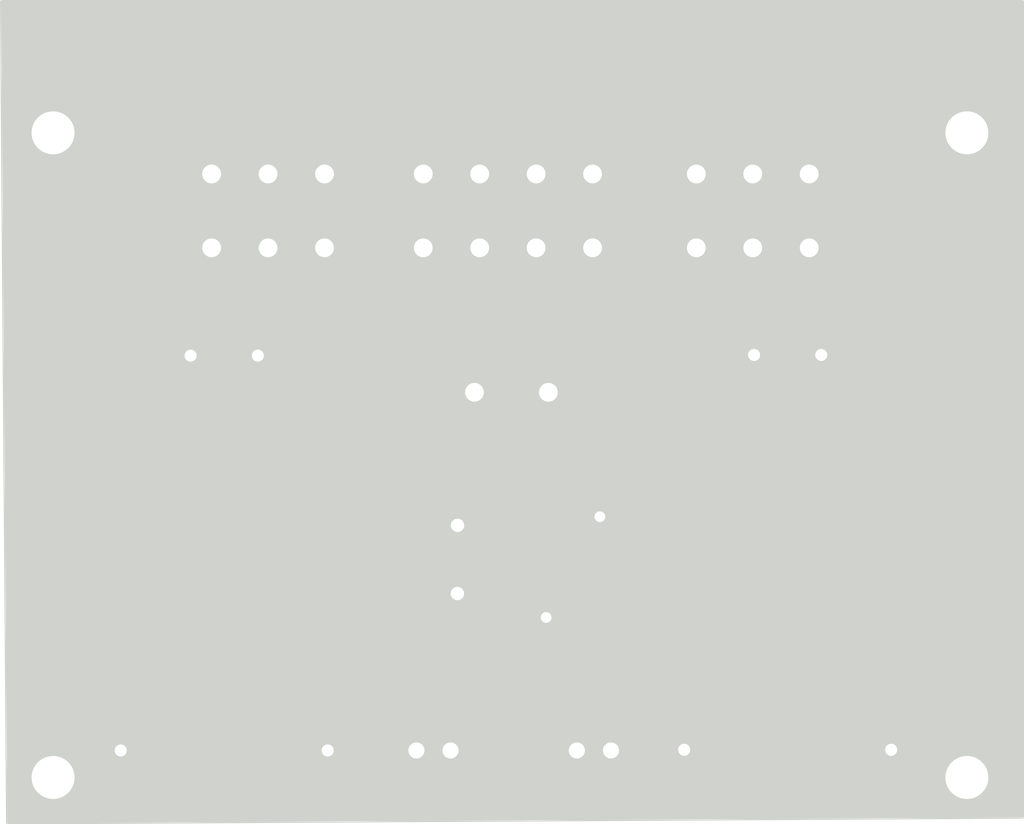
<source format=kicad_pcb>
(kicad_pcb (version 20171130) (host pcbnew "(5.0.2)-1")

  (general
    (thickness 1.6)
    (drawings 8)
    (tracks 93)
    (zones 0)
    (modules 14)
    (nets 16)
  )

  (page A4)
  (layers
    (0 F.Cu signal)
    (31 B.Cu signal)
    (32 B.Adhes user)
    (33 F.Adhes user)
    (34 B.Paste user)
    (35 F.Paste user)
    (36 B.SilkS user)
    (37 F.SilkS user)
    (38 B.Mask user)
    (39 F.Mask user)
    (40 Dwgs.User user hide)
    (41 Cmts.User user hide)
    (42 Eco1.User user hide)
    (43 Eco2.User user)
    (44 Edge.Cuts user)
    (45 Margin user)
    (46 B.CrtYd user hide)
    (47 F.CrtYd user hide)
    (48 B.Fab user hide)
    (49 F.Fab user hide)
  )

  (setup
    (last_trace_width 0.25)
    (trace_clearance 0.2)
    (zone_clearance 0.508)
    (zone_45_only no)
    (trace_min 1)
    (segment_width 0.2)
    (edge_width 0.15)
    (via_size 0.8)
    (via_drill 0.4)
    (via_min_size 0.4)
    (via_min_drill 0.3)
    (uvia_size 0.3)
    (uvia_drill 0.1)
    (uvias_allowed no)
    (uvia_min_size 0.2)
    (uvia_min_drill 0.1)
    (pcb_text_width 0.3)
    (pcb_text_size 1.5 1.5)
    (mod_edge_width 0.15)
    (mod_text_size 1 1)
    (mod_text_width 0.15)
    (pad_size 1.7 1.7)
    (pad_drill 0.9)
    (pad_to_mask_clearance 0.2)
    (solder_mask_min_width 0.25)
    (aux_axis_origin 0 0)
    (visible_elements 7FFFFFFF)
    (pcbplotparams
      (layerselection 0x010fc_ffffffff)
      (usegerberextensions true)
      (usegerberattributes false)
      (usegerberadvancedattributes false)
      (creategerberjobfile false)
      (excludeedgelayer true)
      (linewidth 0.100000)
      (plotframeref false)
      (viasonmask false)
      (mode 1)
      (useauxorigin false)
      (hpglpennumber 1)
      (hpglpenspeed 20)
      (hpglpendiameter 15.000000)
      (psnegative false)
      (psa4output false)
      (plotreference true)
      (plotvalue true)
      (plotinvisibletext false)
      (padsonsilk false)
      (subtractmaskfromsilk false)
      (outputformat 1)
      (mirror false)
      (drillshape 0)
      (scaleselection 1)
      (outputdirectory "gerber/"))
  )

  (net 0 "")
  (net 1 /V-)
  (net 2 /V+)
  (net 3 L)
  (net 4 N)
  (net 5 L2_L)
  (net 6 L1_L)
  (net 7 BP_Z)
  (net 8 BP_A)
  (net 9 "Net-(J2-Pad8)")
  (net 10 /5V-)
  (net 11 /5V+)
  (net 12 "Net-(J3-Pad2)")
  (net 13 "Net-(J3-Pad6)")
  (net 14 "Net-(J4-Pad3)")
  (net 15 "Net-(J4-Pad6)")

  (net_class Default "Dies ist die voreingestellte Netzklasse."
    (clearance 0.2)
    (trace_width 0.25)
    (via_dia 0.8)
    (via_drill 0.4)
    (uvia_dia 0.3)
    (uvia_drill 0.1)
    (add_net /5V+)
    (add_net /5V-)
    (add_net /V+)
    (add_net /V-)
    (add_net "Net-(J2-Pad8)")
    (add_net "Net-(J3-Pad6)")
    (add_net "Net-(J4-Pad3)")
    (add_net "Net-(J4-Pad6)")
  )

  (net_class Power ""
    (clearance 1.5)
    (trace_width 1)
    (via_dia 0.8)
    (via_drill 0.4)
    (uvia_dia 0.3)
    (uvia_drill 0.1)
    (add_net BP_A)
    (add_net BP_Z)
    (add_net L)
    (add_net L1_L)
    (add_net L2_L)
    (add_net N)
    (add_net "Net-(J3-Pad2)")
  )

  (module Connectors_Molex:Molex_MiniFit-JR-5556-06A_2x03x4.20mm_Straight (layer F.Cu) (tedit 58A28952) (tstamp 5B7C6797)
    (at 134.366 67.564)
    (descr "Molex Mini-Fit JR, PN:5556-06A, dual row, top entry type, through hole")
    (tags "connector molex mini-fit 5556")
    (path /5B7AA094)
    (fp_text reference J3 (at 4.2 10) (layer F.SilkS)
      (effects (font (size 1 1) (thickness 0.15)))
    )
    (fp_text value "Stiftleiste 6P - Molex" (at 4.2 -4) (layer F.Fab)
      (effects (font (size 1 1) (thickness 0.15)))
    )
    (fp_line (start -2.7 -2.25) (end -2.7 7.45) (layer F.Fab) (width 0.1))
    (fp_line (start -2.7 7.45) (end 11.1 7.45) (layer F.Fab) (width 0.1))
    (fp_line (start 11.1 7.45) (end 11.1 -2.25) (layer F.Fab) (width 0.1))
    (fp_line (start 11.1 -2.25) (end -2.7 -2.25) (layer F.Fab) (width 0.1))
    (fp_line (start 2.5 7.45) (end 2.5 8.85) (layer F.Fab) (width 0.1))
    (fp_line (start 2.5 8.85) (end 5.9 8.85) (layer F.Fab) (width 0.1))
    (fp_line (start 5.9 8.85) (end 5.9 7.45) (layer F.Fab) (width 0.1))
    (fp_line (start -1.75 -1.75) (end -1.75 1.75) (layer F.Fab) (width 0.1))
    (fp_line (start -1.75 1.75) (end 1.75 1.75) (layer F.Fab) (width 0.1))
    (fp_line (start 1.75 1.75) (end 1.75 -1.75) (layer F.Fab) (width 0.1))
    (fp_line (start 1.75 -1.75) (end -1.75 -1.75) (layer F.Fab) (width 0.1))
    (fp_line (start -1.75 7.25) (end -1.75 4.625) (layer F.Fab) (width 0.1))
    (fp_line (start -1.75 4.625) (end -0.875 3.75) (layer F.Fab) (width 0.1))
    (fp_line (start -0.875 3.75) (end 0.875 3.75) (layer F.Fab) (width 0.1))
    (fp_line (start 0.875 3.75) (end 1.75 4.625) (layer F.Fab) (width 0.1))
    (fp_line (start 1.75 4.625) (end 1.75 7.25) (layer F.Fab) (width 0.1))
    (fp_line (start 1.75 7.25) (end -1.75 7.25) (layer F.Fab) (width 0.1))
    (fp_line (start 2.45 3.75) (end 2.45 7.25) (layer F.Fab) (width 0.1))
    (fp_line (start 2.45 7.25) (end 5.95 7.25) (layer F.Fab) (width 0.1))
    (fp_line (start 5.95 7.25) (end 5.95 3.75) (layer F.Fab) (width 0.1))
    (fp_line (start 5.95 3.75) (end 2.45 3.75) (layer F.Fab) (width 0.1))
    (fp_line (start 2.45 1.75) (end 2.45 -0.875) (layer F.Fab) (width 0.1))
    (fp_line (start 2.45 -0.875) (end 3.325 -1.75) (layer F.Fab) (width 0.1))
    (fp_line (start 3.325 -1.75) (end 5.075 -1.75) (layer F.Fab) (width 0.1))
    (fp_line (start 5.075 -1.75) (end 5.95 -0.875) (layer F.Fab) (width 0.1))
    (fp_line (start 5.95 -0.875) (end 5.95 1.75) (layer F.Fab) (width 0.1))
    (fp_line (start 5.95 1.75) (end 2.45 1.75) (layer F.Fab) (width 0.1))
    (fp_line (start 6.65 3.75) (end 6.65 7.25) (layer F.Fab) (width 0.1))
    (fp_line (start 6.65 7.25) (end 10.15 7.25) (layer F.Fab) (width 0.1))
    (fp_line (start 10.15 7.25) (end 10.15 3.75) (layer F.Fab) (width 0.1))
    (fp_line (start 10.15 3.75) (end 6.65 3.75) (layer F.Fab) (width 0.1))
    (fp_line (start 6.65 1.75) (end 6.65 -0.875) (layer F.Fab) (width 0.1))
    (fp_line (start 6.65 -0.875) (end 7.525 -1.75) (layer F.Fab) (width 0.1))
    (fp_line (start 7.525 -1.75) (end 9.275 -1.75) (layer F.Fab) (width 0.1))
    (fp_line (start 9.275 -1.75) (end 10.15 -0.875) (layer F.Fab) (width 0.1))
    (fp_line (start 10.15 -0.875) (end 10.15 1.75) (layer F.Fab) (width 0.1))
    (fp_line (start 10.15 1.75) (end 6.65 1.75) (layer F.Fab) (width 0.1))
    (fp_line (start 4.2 -2.35) (end -2.8 -2.35) (layer F.SilkS) (width 0.12))
    (fp_line (start -2.8 -2.35) (end -2.8 7.55) (layer F.SilkS) (width 0.12))
    (fp_line (start -2.8 7.55) (end 2.4 7.55) (layer F.SilkS) (width 0.12))
    (fp_line (start 2.4 7.55) (end 2.4 8.95) (layer F.SilkS) (width 0.12))
    (fp_line (start 2.4 8.95) (end 4.2 8.95) (layer F.SilkS) (width 0.12))
    (fp_line (start 4.2 -2.35) (end 11.2 -2.35) (layer F.SilkS) (width 0.12))
    (fp_line (start 11.2 -2.35) (end 11.2 7.55) (layer F.SilkS) (width 0.12))
    (fp_line (start 11.2 7.55) (end 6 7.55) (layer F.SilkS) (width 0.12))
    (fp_line (start 6 7.55) (end 6 8.95) (layer F.SilkS) (width 0.12))
    (fp_line (start 6 8.95) (end 4.2 8.95) (layer F.SilkS) (width 0.12))
    (fp_line (start -0.2 -2.6) (end -3.05 -2.6) (layer F.SilkS) (width 0.12))
    (fp_line (start -3.05 -2.6) (end -3.05 0.25) (layer F.SilkS) (width 0.12))
    (fp_line (start -0.2 -2.6) (end -3.05 -2.6) (layer F.Fab) (width 0.1))
    (fp_line (start -3.05 -2.6) (end -3.05 0.25) (layer F.Fab) (width 0.1))
    (fp_line (start -3.2 -2.75) (end -3.2 9.3) (layer F.CrtYd) (width 0.05))
    (fp_line (start -3.2 9.3) (end 11.6 9.3) (layer F.CrtYd) (width 0.05))
    (fp_line (start 11.6 9.3) (end 11.6 -2.75) (layer F.CrtYd) (width 0.05))
    (fp_line (start 11.6 -2.75) (end -3.2 -2.75) (layer F.CrtYd) (width 0.05))
    (fp_text user %R (at 4.2 3) (layer F.Fab)
      (effects (font (size 1 1) (thickness 0.15)))
    )
    (pad 1 thru_hole rect (at 0 0) (size 2.8 2.8) (drill 1.4) (layers *.Cu *.Mask)
      (net 8 BP_A))
    (pad 2 thru_hole circle (at 4.2 0) (size 2.8 2.8) (drill 1.4) (layers *.Cu *.Mask)
      (net 12 "Net-(J3-Pad2)"))
    (pad 3 thru_hole circle (at 8.4 0) (size 2.8 2.8) (drill 1.4) (layers *.Cu *.Mask)
      (net 7 BP_Z))
    (pad 4 thru_hole circle (at 0 5.5) (size 2.8 2.8) (drill 1.4) (layers *.Cu *.Mask)
      (net 12 "Net-(J3-Pad2)"))
    (pad 5 thru_hole circle (at 4.2 5.5) (size 2.8 2.8) (drill 1.4) (layers *.Cu *.Mask)
      (net 3 L))
    (pad 6 thru_hole circle (at 8.4 5.5) (size 2.8 2.8) (drill 1.4) (layers *.Cu *.Mask)
      (net 13 "Net-(J3-Pad6)"))
    (model ${KISYS3DMOD}/Connectors_Molex.3dshapes/Molex_MiniFit-JR-5556-06A_2x03x4.20mm_Straight.wrl
      (at (xyz 0 0 0))
      (scale (xyz 1 1 1))
      (rotate (xyz 0 0 0))
    )
  )

  (module Connectors_Molex:Molex_MiniFit-JR-5556-06A_2x03x4.20mm_Straight locked (layer F.Cu) (tedit 58A28952) (tstamp 5B7F7489)
    (at 98.298 67.564)
    (descr "Molex Mini-Fit JR, PN:5556-06A, dual row, top entry type, through hole")
    (tags "connector molex mini-fit 5556")
    (path /5B7AA0D8)
    (fp_text reference J4 (at 4.2 10) (layer F.SilkS)
      (effects (font (size 1 1) (thickness 0.15)))
    )
    (fp_text value "Stiftleiste 6P - Molex" (at 4.2 -4) (layer F.Fab)
      (effects (font (size 1 1) (thickness 0.15)))
    )
    (fp_line (start -2.7 -2.25) (end -2.7 7.45) (layer F.Fab) (width 0.1))
    (fp_line (start -2.7 7.45) (end 11.1 7.45) (layer F.Fab) (width 0.1))
    (fp_line (start 11.1 7.45) (end 11.1 -2.25) (layer F.Fab) (width 0.1))
    (fp_line (start 11.1 -2.25) (end -2.7 -2.25) (layer F.Fab) (width 0.1))
    (fp_line (start 2.5 7.45) (end 2.5 8.85) (layer F.Fab) (width 0.1))
    (fp_line (start 2.5 8.85) (end 5.9 8.85) (layer F.Fab) (width 0.1))
    (fp_line (start 5.9 8.85) (end 5.9 7.45) (layer F.Fab) (width 0.1))
    (fp_line (start -1.75 -1.75) (end -1.75 1.75) (layer F.Fab) (width 0.1))
    (fp_line (start -1.75 1.75) (end 1.75 1.75) (layer F.Fab) (width 0.1))
    (fp_line (start 1.75 1.75) (end 1.75 -1.75) (layer F.Fab) (width 0.1))
    (fp_line (start 1.75 -1.75) (end -1.75 -1.75) (layer F.Fab) (width 0.1))
    (fp_line (start -1.75 7.25) (end -1.75 4.625) (layer F.Fab) (width 0.1))
    (fp_line (start -1.75 4.625) (end -0.875 3.75) (layer F.Fab) (width 0.1))
    (fp_line (start -0.875 3.75) (end 0.875 3.75) (layer F.Fab) (width 0.1))
    (fp_line (start 0.875 3.75) (end 1.75 4.625) (layer F.Fab) (width 0.1))
    (fp_line (start 1.75 4.625) (end 1.75 7.25) (layer F.Fab) (width 0.1))
    (fp_line (start 1.75 7.25) (end -1.75 7.25) (layer F.Fab) (width 0.1))
    (fp_line (start 2.45 3.75) (end 2.45 7.25) (layer F.Fab) (width 0.1))
    (fp_line (start 2.45 7.25) (end 5.95 7.25) (layer F.Fab) (width 0.1))
    (fp_line (start 5.95 7.25) (end 5.95 3.75) (layer F.Fab) (width 0.1))
    (fp_line (start 5.95 3.75) (end 2.45 3.75) (layer F.Fab) (width 0.1))
    (fp_line (start 2.45 1.75) (end 2.45 -0.875) (layer F.Fab) (width 0.1))
    (fp_line (start 2.45 -0.875) (end 3.325 -1.75) (layer F.Fab) (width 0.1))
    (fp_line (start 3.325 -1.75) (end 5.075 -1.75) (layer F.Fab) (width 0.1))
    (fp_line (start 5.075 -1.75) (end 5.95 -0.875) (layer F.Fab) (width 0.1))
    (fp_line (start 5.95 -0.875) (end 5.95 1.75) (layer F.Fab) (width 0.1))
    (fp_line (start 5.95 1.75) (end 2.45 1.75) (layer F.Fab) (width 0.1))
    (fp_line (start 6.65 3.75) (end 6.65 7.25) (layer F.Fab) (width 0.1))
    (fp_line (start 6.65 7.25) (end 10.15 7.25) (layer F.Fab) (width 0.1))
    (fp_line (start 10.15 7.25) (end 10.15 3.75) (layer F.Fab) (width 0.1))
    (fp_line (start 10.15 3.75) (end 6.65 3.75) (layer F.Fab) (width 0.1))
    (fp_line (start 6.65 1.75) (end 6.65 -0.875) (layer F.Fab) (width 0.1))
    (fp_line (start 6.65 -0.875) (end 7.525 -1.75) (layer F.Fab) (width 0.1))
    (fp_line (start 7.525 -1.75) (end 9.275 -1.75) (layer F.Fab) (width 0.1))
    (fp_line (start 9.275 -1.75) (end 10.15 -0.875) (layer F.Fab) (width 0.1))
    (fp_line (start 10.15 -0.875) (end 10.15 1.75) (layer F.Fab) (width 0.1))
    (fp_line (start 10.15 1.75) (end 6.65 1.75) (layer F.Fab) (width 0.1))
    (fp_line (start 4.2 -2.35) (end -2.8 -2.35) (layer F.SilkS) (width 0.12))
    (fp_line (start -2.8 -2.35) (end -2.8 7.55) (layer F.SilkS) (width 0.12))
    (fp_line (start -2.8 7.55) (end 2.4 7.55) (layer F.SilkS) (width 0.12))
    (fp_line (start 2.4 7.55) (end 2.4 8.95) (layer F.SilkS) (width 0.12))
    (fp_line (start 2.4 8.95) (end 4.2 8.95) (layer F.SilkS) (width 0.12))
    (fp_line (start 4.2 -2.35) (end 11.2 -2.35) (layer F.SilkS) (width 0.12))
    (fp_line (start 11.2 -2.35) (end 11.2 7.55) (layer F.SilkS) (width 0.12))
    (fp_line (start 11.2 7.55) (end 6 7.55) (layer F.SilkS) (width 0.12))
    (fp_line (start 6 7.55) (end 6 8.95) (layer F.SilkS) (width 0.12))
    (fp_line (start 6 8.95) (end 4.2 8.95) (layer F.SilkS) (width 0.12))
    (fp_line (start -0.2 -2.6) (end -3.05 -2.6) (layer F.SilkS) (width 0.12))
    (fp_line (start -3.05 -2.6) (end -3.05 0.25) (layer F.SilkS) (width 0.12))
    (fp_line (start -0.2 -2.6) (end -3.05 -2.6) (layer F.Fab) (width 0.1))
    (fp_line (start -3.05 -2.6) (end -3.05 0.25) (layer F.Fab) (width 0.1))
    (fp_line (start -3.2 -2.75) (end -3.2 9.3) (layer F.CrtYd) (width 0.05))
    (fp_line (start -3.2 9.3) (end 11.6 9.3) (layer F.CrtYd) (width 0.05))
    (fp_line (start 11.6 9.3) (end 11.6 -2.75) (layer F.CrtYd) (width 0.05))
    (fp_line (start 11.6 -2.75) (end -3.2 -2.75) (layer F.CrtYd) (width 0.05))
    (fp_text user %R (at 4.2 3) (layer F.Fab)
      (effects (font (size 1 1) (thickness 0.15)))
    )
    (pad 1 thru_hole rect (at 0 0) (size 2.8 2.8) (drill 1.4) (layers *.Cu *.Mask)
      (net 5 L2_L))
    (pad 2 thru_hole circle (at 4.2 0) (size 2.8 2.8) (drill 1.4) (layers *.Cu *.Mask)
      (net 3 L))
    (pad 3 thru_hole circle (at 8.4 0) (size 2.8 2.8) (drill 1.4) (layers *.Cu *.Mask)
      (net 14 "Net-(J4-Pad3)"))
    (pad 4 thru_hole circle (at 0 5.5) (size 2.8 2.8) (drill 1.4) (layers *.Cu *.Mask)
      (net 6 L1_L))
    (pad 5 thru_hole circle (at 4.2 5.5) (size 2.8 2.8) (drill 1.4) (layers *.Cu *.Mask)
      (net 3 L))
    (pad 6 thru_hole circle (at 8.4 5.5) (size 2.8 2.8) (drill 1.4) (layers *.Cu *.Mask)
      (net 15 "Net-(J4-Pad6)"))
    (model ${KISYS3DMOD}/Connectors_Molex.3dshapes/Molex_MiniFit-JR-5556-06A_2x03x4.20mm_Straight.wrl
      (at (xyz 0 0 0))
      (scale (xyz 1 1 1))
      (rotate (xyz 0 0 0))
    )
  )

  (module mardah_power_supply:HLK-PM12 (layer F.Cu) (tedit 5C2E2270) (tstamp 5B7A552C)
    (at 89.134 78.79 270)
    (path /5B79BCD1)
    (fp_text reference T1 (at 5.35 -21.1 270) (layer F.SilkS)
      (effects (font (size 1 1) (thickness 0.15)))
    )
    (fp_text value HLK-PM12 (at 16.78 -21.3 270) (layer F.SilkS)
      (effects (font (size 2 2) (thickness 0.15)))
    )
    (fp_line (start 0 0) (end 34 0) (layer F.SilkS) (width 0.15))
    (fp_line (start 34 0) (end 34 -20.2) (layer F.SilkS) (width 0.15))
    (fp_line (start 34 -20.2) (end 0 -20.2) (layer F.SilkS) (width 0.15))
    (fp_line (start 0 -20.2) (end 0 0) (layer F.SilkS) (width 0.15))
    (pad 1 thru_hole circle (at 2.3 -12.6 270) (size 1.7 1.7) (drill 0.9) (layers *.Cu *.Mask F.SilkS)
      (net 3 L))
    (pad 2 thru_hole circle (at 2.3 -7.6 270) (size 1.7 1.7) (drill 0.9) (layers *.Cu *.Mask F.SilkS)
      (net 4 N))
    (pad 3 thru_hole circle (at 31.7 -17.8 270) (size 1.7 1.7) (drill 0.9) (layers *.Cu *.Mask F.SilkS)
      (net 1 /V-))
    (pad 4 thru_hole circle (at 31.7 -2.4 270) (size 1.7 1.7) (drill 0.9) (layers *.Cu *.Mask F.SilkS)
      (net 2 /V+))
  )

  (module MountingHole:MountingHole_3.2mm_M3 locked (layer F.Cu) (tedit 5B7C0CB1) (tstamp 5B89044D)
    (at 154.5 64.5)
    (descr "Mounting Hole 3.2mm, no annular, M3")
    (tags "mounting hole 3.2mm no annular m3")
    (attr virtual)
    (fp_text reference REF** (at 0 -4.2) (layer F.Fab)
      (effects (font (size 1 1) (thickness 0.15)))
    )
    (fp_text value MountingHole_3.2mm_M3 (at 0 4.2) (layer F.Fab)
      (effects (font (size 1 1) (thickness 0.15)))
    )
    (fp_text user %R (at 0.3 0) (layer F.Fab)
      (effects (font (size 1 1) (thickness 0.15)))
    )
    (fp_circle (center 0 0) (end 3.2 0) (layer Cmts.User) (width 0.15))
    (fp_circle (center 0 0) (end 3.45 0) (layer F.CrtYd) (width 0.05))
    (pad 1 np_thru_hole circle (at 0 0) (size 3.2 3.2) (drill 3.2) (layers *.Cu *.Mask))
  )

  (module MountingHole:MountingHole_3.2mm_M3 locked (layer F.Cu) (tedit 5B7C0CA6) (tstamp 5B890493)
    (at 154.5 112.5)
    (descr "Mounting Hole 3.2mm, no annular, M3")
    (tags "mounting hole 3.2mm no annular m3")
    (attr virtual)
    (fp_text reference REF** (at 0 -4.2) (layer F.Fab)
      (effects (font (size 1 1) (thickness 0.15)))
    )
    (fp_text value MountingHole_3.2mm_M3 (at 0 4.2) (layer F.Fab)
      (effects (font (size 1 1) (thickness 0.15)))
    )
    (fp_circle (center 0 0) (end 3.45 0) (layer F.CrtYd) (width 0.05))
    (fp_circle (center 0 0) (end 3.2 0) (layer Cmts.User) (width 0.15))
    (fp_text user %R (at 0.3 0) (layer F.Fab)
      (effects (font (size 1 1) (thickness 0.15)))
    )
    (pad 1 np_thru_hole circle (at 0 0) (size 3.2 3.2) (drill 3.2) (layers *.Cu *.Mask))
  )

  (module MountingHole:MountingHole_3.2mm_M3 locked (layer F.Cu) (tedit 5B7C0C35) (tstamp 5B890340)
    (at 86.5 112.5)
    (descr "Mounting Hole 3.2mm, no annular, M3")
    (tags "mounting hole 3.2mm no annular m3")
    (attr virtual)
    (fp_text reference REF** (at 0 -4.2) (layer F.Fab)
      (effects (font (size 1 1) (thickness 0.15)))
    )
    (fp_text value MountingHole_3.2mm_M3 (at 0 4.2) (layer F.Fab)
      (effects (font (size 1 1) (thickness 0.15)))
    )
    (fp_text user %R (at 0.3 0) (layer F.Fab)
      (effects (font (size 1 1) (thickness 0.15)))
    )
    (fp_circle (center 0 0) (end 3.2 0) (layer Cmts.User) (width 0.15))
    (fp_circle (center 0 0) (end 3.45 0) (layer F.CrtYd) (width 0.05))
    (pad 1 np_thru_hole circle (at 0 0) (size 3.2 3.2) (drill 3.2) (layers *.Cu *.Mask))
  )

  (module mardah_power_supply:HLK-PM12 (layer F.Cu) (tedit 5C2E229D) (tstamp 5B7C9D90)
    (at 131.064 78.74 270)
    (path /5B7C182C)
    (fp_text reference T2 (at 5.25 -21.1 270) (layer F.SilkS)
      (effects (font (size 1 1) (thickness 0.15)))
    )
    (fp_text value HLK-PM05 (at 19.22 -21.36 270) (layer F.SilkS)
      (effects (font (size 2 2) (thickness 0.15)))
    )
    (fp_line (start 0 0) (end 34 0) (layer F.SilkS) (width 0.15))
    (fp_line (start 34 0) (end 34 -20.2) (layer F.SilkS) (width 0.15))
    (fp_line (start 34 -20.2) (end 0 -20.2) (layer F.SilkS) (width 0.15))
    (fp_line (start 0 -20.2) (end 0 0) (layer F.SilkS) (width 0.15))
    (pad 1 thru_hole circle (at 2.3 -12.6 270) (size 1.7 1.7) (drill 0.9) (layers *.Cu *.Mask F.SilkS)
      (net 3 L))
    (pad 2 thru_hole circle (at 2.3 -7.6 270) (size 1.7 1.7) (drill 0.9) (layers *.Cu *.Mask F.SilkS)
      (net 4 N))
    (pad 3 thru_hole circle (at 31.7 -17.8 270) (size 1.7 1.7) (drill 0.9) (layers *.Cu *.Mask F.SilkS)
      (net 10 /5V-))
    (pad 4 thru_hole circle (at 31.7 -2.4 270) (size 1.7 1.7) (drill 0.9) (layers *.Cu *.Mask F.SilkS)
      (net 11 /5V+))
  )

  (module Connector_Molex:Molex_Mini-Fit_Jr_5566-02A_2x01_P4.20mm_Vertical (layer F.Cu) (tedit 5A15CC62) (tstamp 5B88ECC2)
    (at 117.856 83.82 90)
    (descr "Molex Mini-Fit Jr. Power Connectors, old mpn/engineering number: 5566-02A, example for new mpn: 39-28-x02x, 1 Pins per row, Mounting:  (http://www.molex.com/pdm_docs/sd/039281043_sd.pdf), generated with kicad-footprint-generator")
    (tags "connector Molex Mini-Fit_Jr side entry")
    (path /5B7AA257)
    (fp_text reference J1 (at 0 -3.45 90) (layer F.SilkS)
      (effects (font (size 1 1) (thickness 0.15)))
    )
    (fp_text value Conn_01x02 (at 0 9.95 90) (layer F.Fab)
      (effects (font (size 1 1) (thickness 0.15)))
    )
    (fp_line (start -2.7 -2.25) (end -2.7 7.35) (layer F.Fab) (width 0.1))
    (fp_line (start -2.7 7.35) (end 2.7 7.35) (layer F.Fab) (width 0.1))
    (fp_line (start 2.7 7.35) (end 2.7 -2.25) (layer F.Fab) (width 0.1))
    (fp_line (start 2.7 -2.25) (end -2.7 -2.25) (layer F.Fab) (width 0.1))
    (fp_line (start -1.7 7.35) (end -1.7 8.75) (layer F.Fab) (width 0.1))
    (fp_line (start -1.7 8.75) (end 1.7 8.75) (layer F.Fab) (width 0.1))
    (fp_line (start 1.7 8.75) (end 1.7 7.35) (layer F.Fab) (width 0.1))
    (fp_line (start -1.65 -1) (end -1.65 2.3) (layer F.Fab) (width 0.1))
    (fp_line (start -1.65 2.3) (end 1.65 2.3) (layer F.Fab) (width 0.1))
    (fp_line (start 1.65 2.3) (end 1.65 -1) (layer F.Fab) (width 0.1))
    (fp_line (start 1.65 -1) (end -1.65 -1) (layer F.Fab) (width 0.1))
    (fp_line (start -1.65 6.5) (end -1.65 4.025) (layer F.Fab) (width 0.1))
    (fp_line (start -1.65 4.025) (end -0.825 3.2) (layer F.Fab) (width 0.1))
    (fp_line (start -0.825 3.2) (end 0.825 3.2) (layer F.Fab) (width 0.1))
    (fp_line (start 0.825 3.2) (end 1.65 4.025) (layer F.Fab) (width 0.1))
    (fp_line (start 1.65 4.025) (end 1.65 6.5) (layer F.Fab) (width 0.1))
    (fp_line (start 1.65 6.5) (end -1.65 6.5) (layer F.Fab) (width 0.1))
    (fp_line (start 0 -2.36) (end -2.81 -2.36) (layer F.SilkS) (width 0.12))
    (fp_line (start -2.81 -2.36) (end -2.81 7.46) (layer F.SilkS) (width 0.12))
    (fp_line (start -2.81 7.46) (end -1.81 7.46) (layer F.SilkS) (width 0.12))
    (fp_line (start -1.81 7.46) (end -1.81 8.86) (layer F.SilkS) (width 0.12))
    (fp_line (start -1.81 8.86) (end 0 8.86) (layer F.SilkS) (width 0.12))
    (fp_line (start 0 -2.36) (end 2.81 -2.36) (layer F.SilkS) (width 0.12))
    (fp_line (start 2.81 -2.36) (end 2.81 7.46) (layer F.SilkS) (width 0.12))
    (fp_line (start 2.81 7.46) (end 1.81 7.46) (layer F.SilkS) (width 0.12))
    (fp_line (start 1.81 7.46) (end 1.81 8.86) (layer F.SilkS) (width 0.12))
    (fp_line (start 1.81 8.86) (end 0 8.86) (layer F.SilkS) (width 0.12))
    (fp_line (start -0.2 -2.6) (end -3.05 -2.6) (layer F.SilkS) (width 0.12))
    (fp_line (start -3.05 -2.6) (end -3.05 0.25) (layer F.SilkS) (width 0.12))
    (fp_line (start -0.2 -2.6) (end -3.05 -2.6) (layer F.Fab) (width 0.1))
    (fp_line (start -3.05 -2.6) (end -3.05 0.25) (layer F.Fab) (width 0.1))
    (fp_line (start -3.2 -2.75) (end -3.2 9.25) (layer F.CrtYd) (width 0.05))
    (fp_line (start -3.2 9.25) (end 3.2 9.25) (layer F.CrtYd) (width 0.05))
    (fp_line (start 3.2 9.25) (end 3.2 -2.75) (layer F.CrtYd) (width 0.05))
    (fp_line (start 3.2 -2.75) (end -3.2 -2.75) (layer F.CrtYd) (width 0.05))
    (fp_text user %R (at 0 -1.55 90) (layer F.Fab)
      (effects (font (size 1 1) (thickness 0.15)))
    )
    (pad 1 thru_hole rect (at 0 0 90) (size 2.7 3.3) (drill 1.4) (layers *.Cu *.Mask)
      (net 3 L))
    (pad 2 thru_hole oval (at 0 5.5 90) (size 2.7 3.3) (drill 1.4) (layers *.Cu *.Mask)
      (net 4 N))
    (model ${KISYS3DMOD}/Connector_Molex.3dshapes/Molex_Mini-Fit_Jr_5566-02A_2x01_P4.20mm_Vertical.wrl
      (at (xyz 0 0 0))
      (scale (xyz 1 1 1))
      (rotate (xyz 0 0 0))
    )
  )

  (module Connector_Molex:Molex_Mini-Fit_Jr_5566-08A_2x04_P4.20mm_Vertical (layer F.Cu) (tedit 5A15CC62) (tstamp 5B88E8C5)
    (at 114.046 67.564)
    (descr "Molex Mini-Fit Jr. Power Connectors, old mpn/engineering number: 5566-08A, example for new mpn: 39-28-x08x, 4 Pins per row, Mounting:  (http://www.molex.com/pdm_docs/sd/039281043_sd.pdf), generated with kicad-footprint-generator")
    (tags "connector Molex Mini-Fit_Jr side entry")
    (path /5B7AA2D9)
    (fp_text reference J2 (at 6.3 -3.45) (layer F.SilkS)
      (effects (font (size 1 1) (thickness 0.15)))
    )
    (fp_text value Conn_01x08 (at 6.3 9.95) (layer F.Fab)
      (effects (font (size 1 1) (thickness 0.15)))
    )
    (fp_line (start -2.7 -2.25) (end -2.7 7.35) (layer F.Fab) (width 0.1))
    (fp_line (start -2.7 7.35) (end 15.3 7.35) (layer F.Fab) (width 0.1))
    (fp_line (start 15.3 7.35) (end 15.3 -2.25) (layer F.Fab) (width 0.1))
    (fp_line (start 15.3 -2.25) (end -2.7 -2.25) (layer F.Fab) (width 0.1))
    (fp_line (start 4.6 7.35) (end 4.6 8.75) (layer F.Fab) (width 0.1))
    (fp_line (start 4.6 8.75) (end 8 8.75) (layer F.Fab) (width 0.1))
    (fp_line (start 8 8.75) (end 8 7.35) (layer F.Fab) (width 0.1))
    (fp_line (start -1.65 -1) (end -1.65 2.3) (layer F.Fab) (width 0.1))
    (fp_line (start -1.65 2.3) (end 1.65 2.3) (layer F.Fab) (width 0.1))
    (fp_line (start 1.65 2.3) (end 1.65 -1) (layer F.Fab) (width 0.1))
    (fp_line (start 1.65 -1) (end -1.65 -1) (layer F.Fab) (width 0.1))
    (fp_line (start -1.65 6.5) (end -1.65 4.025) (layer F.Fab) (width 0.1))
    (fp_line (start -1.65 4.025) (end -0.825 3.2) (layer F.Fab) (width 0.1))
    (fp_line (start -0.825 3.2) (end 0.825 3.2) (layer F.Fab) (width 0.1))
    (fp_line (start 0.825 3.2) (end 1.65 4.025) (layer F.Fab) (width 0.1))
    (fp_line (start 1.65 4.025) (end 1.65 6.5) (layer F.Fab) (width 0.1))
    (fp_line (start 1.65 6.5) (end -1.65 6.5) (layer F.Fab) (width 0.1))
    (fp_line (start 2.55 3.2) (end 2.55 6.5) (layer F.Fab) (width 0.1))
    (fp_line (start 2.55 6.5) (end 5.85 6.5) (layer F.Fab) (width 0.1))
    (fp_line (start 5.85 6.5) (end 5.85 3.2) (layer F.Fab) (width 0.1))
    (fp_line (start 5.85 3.2) (end 2.55 3.2) (layer F.Fab) (width 0.1))
    (fp_line (start 2.55 2.3) (end 2.55 -0.175) (layer F.Fab) (width 0.1))
    (fp_line (start 2.55 -0.175) (end 3.375 -1) (layer F.Fab) (width 0.1))
    (fp_line (start 3.375 -1) (end 5.025 -1) (layer F.Fab) (width 0.1))
    (fp_line (start 5.025 -1) (end 5.85 -0.175) (layer F.Fab) (width 0.1))
    (fp_line (start 5.85 -0.175) (end 5.85 2.3) (layer F.Fab) (width 0.1))
    (fp_line (start 5.85 2.3) (end 2.55 2.3) (layer F.Fab) (width 0.1))
    (fp_line (start 6.75 3.2) (end 6.75 6.5) (layer F.Fab) (width 0.1))
    (fp_line (start 6.75 6.5) (end 10.05 6.5) (layer F.Fab) (width 0.1))
    (fp_line (start 10.05 6.5) (end 10.05 3.2) (layer F.Fab) (width 0.1))
    (fp_line (start 10.05 3.2) (end 6.75 3.2) (layer F.Fab) (width 0.1))
    (fp_line (start 6.75 2.3) (end 6.75 -0.175) (layer F.Fab) (width 0.1))
    (fp_line (start 6.75 -0.175) (end 7.575 -1) (layer F.Fab) (width 0.1))
    (fp_line (start 7.575 -1) (end 9.225 -1) (layer F.Fab) (width 0.1))
    (fp_line (start 9.225 -1) (end 10.05 -0.175) (layer F.Fab) (width 0.1))
    (fp_line (start 10.05 -0.175) (end 10.05 2.3) (layer F.Fab) (width 0.1))
    (fp_line (start 10.05 2.3) (end 6.75 2.3) (layer F.Fab) (width 0.1))
    (fp_line (start 10.95 -1) (end 10.95 2.3) (layer F.Fab) (width 0.1))
    (fp_line (start 10.95 2.3) (end 14.25 2.3) (layer F.Fab) (width 0.1))
    (fp_line (start 14.25 2.3) (end 14.25 -1) (layer F.Fab) (width 0.1))
    (fp_line (start 14.25 -1) (end 10.95 -1) (layer F.Fab) (width 0.1))
    (fp_line (start 10.95 6.5) (end 10.95 4.025) (layer F.Fab) (width 0.1))
    (fp_line (start 10.95 4.025) (end 11.775 3.2) (layer F.Fab) (width 0.1))
    (fp_line (start 11.775 3.2) (end 13.425 3.2) (layer F.Fab) (width 0.1))
    (fp_line (start 13.425 3.2) (end 14.25 4.025) (layer F.Fab) (width 0.1))
    (fp_line (start 14.25 4.025) (end 14.25 6.5) (layer F.Fab) (width 0.1))
    (fp_line (start 14.25 6.5) (end 10.95 6.5) (layer F.Fab) (width 0.1))
    (fp_line (start 6.3 -2.36) (end -2.81 -2.36) (layer F.SilkS) (width 0.12))
    (fp_line (start -2.81 -2.36) (end -2.81 7.46) (layer F.SilkS) (width 0.12))
    (fp_line (start -2.81 7.46) (end 4.49 7.46) (layer F.SilkS) (width 0.12))
    (fp_line (start 4.49 7.46) (end 4.49 8.86) (layer F.SilkS) (width 0.12))
    (fp_line (start 4.49 8.86) (end 6.3 8.86) (layer F.SilkS) (width 0.12))
    (fp_line (start 6.3 -2.36) (end 15.41 -2.36) (layer F.SilkS) (width 0.12))
    (fp_line (start 15.41 -2.36) (end 15.41 7.46) (layer F.SilkS) (width 0.12))
    (fp_line (start 15.41 7.46) (end 8.11 7.46) (layer F.SilkS) (width 0.12))
    (fp_line (start 8.11 7.46) (end 8.11 8.86) (layer F.SilkS) (width 0.12))
    (fp_line (start 8.11 8.86) (end 6.3 8.86) (layer F.SilkS) (width 0.12))
    (fp_line (start -0.2 -2.6) (end -3.05 -2.6) (layer F.SilkS) (width 0.12))
    (fp_line (start -3.05 -2.6) (end -3.05 0.25) (layer F.SilkS) (width 0.12))
    (fp_line (start -0.2 -2.6) (end -3.05 -2.6) (layer F.Fab) (width 0.1))
    (fp_line (start -3.05 -2.6) (end -3.05 0.25) (layer F.Fab) (width 0.1))
    (fp_line (start -3.2 -2.75) (end -3.2 9.25) (layer F.CrtYd) (width 0.05))
    (fp_line (start -3.2 9.25) (end 15.8 9.25) (layer F.CrtYd) (width 0.05))
    (fp_line (start 15.8 9.25) (end 15.8 -2.75) (layer F.CrtYd) (width 0.05))
    (fp_line (start 15.8 -2.75) (end -3.2 -2.75) (layer F.CrtYd) (width 0.05))
    (fp_text user %R (at 6.3 -1.55) (layer F.Fab)
      (effects (font (size 1 1) (thickness 0.15)))
    )
    (pad 1 thru_hole rect (at 0 0) (size 2.7 3.3) (drill 1.4) (layers *.Cu *.Mask)
      (net 5 L2_L))
    (pad 2 thru_hole oval (at 4.2 0) (size 2.7 3.3) (drill 1.4) (layers *.Cu *.Mask)
      (net 6 L1_L))
    (pad 3 thru_hole oval (at 8.4 0) (size 2.7 3.3) (drill 1.4) (layers *.Cu *.Mask)
      (net 8 BP_A))
    (pad 4 thru_hole oval (at 12.6 0) (size 2.7 3.3) (drill 1.4) (layers *.Cu *.Mask)
      (net 7 BP_Z))
    (pad 5 thru_hole oval (at 0 5.5) (size 2.7 3.3) (drill 1.4) (layers *.Cu *.Mask)
      (net 4 N))
    (pad 6 thru_hole oval (at 4.2 5.5) (size 2.7 3.3) (drill 1.4) (layers *.Cu *.Mask)
      (net 4 N))
    (pad 7 thru_hole oval (at 8.4 5.5) (size 2.7 3.3) (drill 1.4) (layers *.Cu *.Mask)
      (net 4 N))
    (pad 8 thru_hole oval (at 12.6 5.5) (size 2.7 3.3) (drill 1.4) (layers *.Cu *.Mask)
      (net 9 "Net-(J2-Pad8)"))
    (model ${KISYS3DMOD}/Connector_Molex.3dshapes/Molex_Mini-Fit_Jr_5566-08A_2x04_P4.20mm_Vertical.wrl
      (at (xyz 0 0 0))
      (scale (xyz 1 1 1))
      (rotate (xyz 0 0 0))
    )
  )

  (module Connector_Molex:Molex_KK-254_AE-6410-02A_1x02_P2.54mm_Vertical (layer F.Cu) (tedit 5B7BD921) (tstamp 5B88DEDD)
    (at 125.476 110.49)
    (descr "Molex KK-254 Interconnect System, old/engineering part number: AE-6410-02A example for new part number: 22-27-2021, 2 Pins (http://www.molex.com/pdm_docs/sd/022272021_sd.pdf), generated with kicad-footprint-generator")
    (tags "connector Molex KK-254 side entry")
    (path /5B7C263B)
    (fp_text reference J6 (at 1.27 -4.12) (layer F.SilkS)
      (effects (font (size 1 1) (thickness 0.15)))
    )
    (fp_text value 5V (at 1.27 4.08) (layer F.SilkS)
      (effects (font (size 1 1) (thickness 0.15)))
    )
    (fp_line (start -1.27 -2.92) (end -1.27 2.88) (layer F.Fab) (width 0.1))
    (fp_line (start -1.27 2.88) (end 3.81 2.88) (layer F.Fab) (width 0.1))
    (fp_line (start 3.81 2.88) (end 3.81 -2.92) (layer F.Fab) (width 0.1))
    (fp_line (start 3.81 -2.92) (end -1.27 -2.92) (layer F.Fab) (width 0.1))
    (fp_line (start -1.38 -3.03) (end -1.38 2.99) (layer F.SilkS) (width 0.12))
    (fp_line (start -1.38 2.99) (end 3.92 2.99) (layer F.SilkS) (width 0.12))
    (fp_line (start 3.92 2.99) (end 3.92 -3.03) (layer F.SilkS) (width 0.12))
    (fp_line (start 3.92 -3.03) (end -1.38 -3.03) (layer F.SilkS) (width 0.12))
    (fp_line (start -1.67 -2) (end -1.67 2) (layer F.SilkS) (width 0.12))
    (fp_line (start -1.27 -0.5) (end -0.562893 0) (layer F.Fab) (width 0.1))
    (fp_line (start -0.562893 0) (end -1.27 0.5) (layer F.Fab) (width 0.1))
    (fp_line (start 0 2.99) (end 0 1.99) (layer F.SilkS) (width 0.12))
    (fp_line (start 0 1.99) (end 2.54 1.99) (layer F.SilkS) (width 0.12))
    (fp_line (start 2.54 1.99) (end 2.54 2.99) (layer F.SilkS) (width 0.12))
    (fp_line (start 0 1.99) (end 0.25 1.46) (layer F.SilkS) (width 0.12))
    (fp_line (start 0.25 1.46) (end 2.29 1.46) (layer F.SilkS) (width 0.12))
    (fp_line (start 2.29 1.46) (end 2.54 1.99) (layer F.SilkS) (width 0.12))
    (fp_line (start 0.25 2.99) (end 0.25 1.99) (layer F.SilkS) (width 0.12))
    (fp_line (start 2.29 2.99) (end 2.29 1.99) (layer F.SilkS) (width 0.12))
    (fp_line (start -0.8 -3.03) (end -0.8 -2.43) (layer F.SilkS) (width 0.12))
    (fp_line (start -0.8 -2.43) (end 0.8 -2.43) (layer F.SilkS) (width 0.12))
    (fp_line (start 0.8 -2.43) (end 0.8 -3.03) (layer F.SilkS) (width 0.12))
    (fp_line (start 1.74 -3.03) (end 1.74 -2.43) (layer F.SilkS) (width 0.12))
    (fp_line (start 1.74 -2.43) (end 3.34 -2.43) (layer F.SilkS) (width 0.12))
    (fp_line (start 3.34 -2.43) (end 3.34 -3.03) (layer F.SilkS) (width 0.12))
    (fp_line (start -1.77 -3.42) (end -1.77 3.38) (layer F.CrtYd) (width 0.05))
    (fp_line (start -1.77 3.38) (end 4.31 3.38) (layer F.CrtYd) (width 0.05))
    (fp_line (start 4.31 3.38) (end 4.31 -3.42) (layer F.CrtYd) (width 0.05))
    (fp_line (start 4.31 -3.42) (end -1.77 -3.42) (layer F.CrtYd) (width 0.05))
    (fp_text user %R (at 1.27 -2.22) (layer F.Fab)
      (effects (font (size 1 1) (thickness 0.15)))
    )
    (pad 1 thru_hole rect (at 0 0) (size 1.74 2.2) (drill 1.2) (layers *.Cu *.Mask)
      (net 10 /5V-))
    (pad 2 thru_hole oval (at 2.54 0) (size 1.74 2.2) (drill 1.2) (layers *.Cu *.Mask)
      (net 11 /5V+))
    (model ${KISYS3DMOD}/Connector_Molex.3dshapes/Molex_KK-254_AE-6410-02A_1x02_P2.54mm_Vertical.wrl
      (at (xyz 0 0 0))
      (scale (xyz 1 1 1))
      (rotate (xyz 0 0 0))
    )
  )

  (module Connector_Molex:Molex_KK-254_AE-6410-02A_1x02_P2.54mm_Vertical (layer F.Cu) (tedit 5B7BD869) (tstamp 5B88DD99)
    (at 113.538 110.49)
    (descr "Molex KK-254 Interconnect System, old/engineering part number: AE-6410-02A example for new part number: 22-27-2021, 2 Pins (http://www.molex.com/pdm_docs/sd/022272021_sd.pdf), generated with kicad-footprint-generator")
    (tags "connector Molex KK-254 side entry")
    (path /5B7AAA8D)
    (fp_text reference J5 (at 1.27 -4.12) (layer F.SilkS)
      (effects (font (size 1 1) (thickness 0.15)))
    )
    (fp_text value 12V (at 1.27 4.08) (layer F.SilkS)
      (effects (font (size 1 1) (thickness 0.15)))
    )
    (fp_line (start -1.27 -2.92) (end -1.27 2.88) (layer F.Fab) (width 0.1))
    (fp_line (start -1.27 2.88) (end 3.81 2.88) (layer F.Fab) (width 0.1))
    (fp_line (start 3.81 2.88) (end 3.81 -2.92) (layer F.Fab) (width 0.1))
    (fp_line (start 3.81 -2.92) (end -1.27 -2.92) (layer F.Fab) (width 0.1))
    (fp_line (start -1.38 -3.03) (end -1.38 2.99) (layer F.SilkS) (width 0.12))
    (fp_line (start -1.38 2.99) (end 3.92 2.99) (layer F.SilkS) (width 0.12))
    (fp_line (start 3.92 2.99) (end 3.92 -3.03) (layer F.SilkS) (width 0.12))
    (fp_line (start 3.92 -3.03) (end -1.38 -3.03) (layer F.SilkS) (width 0.12))
    (fp_line (start -1.67 -2) (end -1.67 2) (layer F.SilkS) (width 0.12))
    (fp_line (start -1.27 -0.5) (end -0.562893 0) (layer F.Fab) (width 0.1))
    (fp_line (start -0.562893 0) (end -1.27 0.5) (layer F.Fab) (width 0.1))
    (fp_line (start 0 2.99) (end 0 1.99) (layer F.SilkS) (width 0.12))
    (fp_line (start 0 1.99) (end 2.54 1.99) (layer F.SilkS) (width 0.12))
    (fp_line (start 2.54 1.99) (end 2.54 2.99) (layer F.SilkS) (width 0.12))
    (fp_line (start 0 1.99) (end 0.25 1.46) (layer F.SilkS) (width 0.12))
    (fp_line (start 0.25 1.46) (end 2.29 1.46) (layer F.SilkS) (width 0.12))
    (fp_line (start 2.29 1.46) (end 2.54 1.99) (layer F.SilkS) (width 0.12))
    (fp_line (start 0.25 2.99) (end 0.25 1.99) (layer F.SilkS) (width 0.12))
    (fp_line (start 2.29 2.99) (end 2.29 1.99) (layer F.SilkS) (width 0.12))
    (fp_line (start -0.8 -3.03) (end -0.8 -2.43) (layer F.SilkS) (width 0.12))
    (fp_line (start -0.8 -2.43) (end 0.8 -2.43) (layer F.SilkS) (width 0.12))
    (fp_line (start 0.8 -2.43) (end 0.8 -3.03) (layer F.SilkS) (width 0.12))
    (fp_line (start 1.74 -3.03) (end 1.74 -2.43) (layer F.SilkS) (width 0.12))
    (fp_line (start 1.74 -2.43) (end 3.34 -2.43) (layer F.SilkS) (width 0.12))
    (fp_line (start 3.34 -2.43) (end 3.34 -3.03) (layer F.SilkS) (width 0.12))
    (fp_line (start -1.77 -3.42) (end -1.77 3.38) (layer F.CrtYd) (width 0.05))
    (fp_line (start -1.77 3.38) (end 4.31 3.38) (layer F.CrtYd) (width 0.05))
    (fp_line (start 4.31 3.38) (end 4.31 -3.42) (layer F.CrtYd) (width 0.05))
    (fp_line (start 4.31 -3.42) (end -1.77 -3.42) (layer F.CrtYd) (width 0.05))
    (fp_text user %R (at 1.27 -2.22) (layer F.Fab)
      (effects (font (size 1 1) (thickness 0.15)))
    )
    (pad 1 thru_hole rect (at 0 0) (size 1.74 2.2) (drill 1.2) (layers *.Cu *.Mask)
      (net 1 /V-))
    (pad 2 thru_hole oval (at 2.54 0) (size 1.74 2.2) (drill 1.2) (layers *.Cu *.Mask)
      (net 2 /V+))
    (model ${KISYS3DMOD}/Connector_Molex.3dshapes/Molex_KK-254_AE-6410-02A_1x02_P2.54mm_Vertical.wrl
      (at (xyz 0 0 0))
      (scale (xyz 1 1 1))
      (rotate (xyz 0 0 0))
    )
  )

  (module Varistor:RV_Disc_D12mm_W7.5mm_P7.5mm (layer F.Cu) (tedit 5A0F68DF) (tstamp 5B7C89AB)
    (at 123.19 100.584 90)
    (descr "Varistor, diameter 12mm, width 7.5mm, pitch 7.5mm")
    (tags "varistor SIOV")
    (path /5B7C14F2)
    (fp_text reference RV1 (at 0 6.8 90) (layer F.SilkS)
      (effects (font (size 1 1) (thickness 0.15)))
    )
    (fp_text value JNR-10D431K (at 3.75 -2.75 90) (layer F.Fab)
      (effects (font (size 1 1) (thickness 0.15)))
    )
    (fp_text user %R (at 3.75 2 90) (layer F.Fab)
      (effects (font (size 1 1) (thickness 0.15)))
    )
    (fp_line (start -2.5 6) (end 10 6) (layer F.CrtYd) (width 0.05))
    (fp_line (start -2.5 -2) (end 10 -2) (layer F.CrtYd) (width 0.05))
    (fp_line (start 10 -2) (end 10 6) (layer F.CrtYd) (width 0.05))
    (fp_line (start -2.5 -2) (end -2.5 6) (layer F.CrtYd) (width 0.05))
    (fp_line (start -2.25 5.75) (end 9.75 5.75) (layer F.SilkS) (width 0.15))
    (fp_line (start -2.25 -1.75) (end 9.75 -1.75) (layer F.SilkS) (width 0.15))
    (fp_line (start 9.75 -1.75) (end 9.75 5.75) (layer F.SilkS) (width 0.15))
    (fp_line (start -2.25 -1.75) (end -2.25 5.75) (layer F.SilkS) (width 0.15))
    (fp_line (start -2.25 5.75) (end 9.75 5.75) (layer F.Fab) (width 0.1))
    (fp_line (start -2.25 -1.75) (end 9.75 -1.75) (layer F.Fab) (width 0.1))
    (fp_line (start 9.75 -1.75) (end 9.75 5.75) (layer F.Fab) (width 0.1))
    (fp_line (start -2.25 -1.75) (end -2.25 5.75) (layer F.Fab) (width 0.1))
    (pad 1 thru_hole circle (at 0 0 90) (size 1.8 1.8) (drill 0.8) (layers *.Cu *.Mask)
      (net 3 L))
    (pad 2 thru_hole circle (at 7.5 4 90) (size 1.8 1.8) (drill 0.8) (layers *.Cu *.Mask)
      (net 4 N))
    (model ${KISYS3DMOD}/Varistor.3dshapes/RV_Disc_D12mm_W7.5mm_P7.5mm.wrl
      (at (xyz 0 0 0))
      (scale (xyz 1 1 1))
      (rotate (xyz 0 0 0))
    )
  )

  (module Fuse:Fuseholder_TR5_Littlefuse_No560_No460 (layer F.Cu) (tedit 5A1C8972) (tstamp 5B7F854D)
    (at 116.586 98.806 90)
    (descr "Fuse, Fuseholder, TR5, Littlefuse/Wickmann, No. 460, No560,")
    (tags "Fuse Fuseholder TR5 Littlefuse/Wickmann No. 460 No560 ")
    (path /5B796486)
    (fp_text reference F1 (at -3.4 -0.1 90) (layer F.SilkS)
      (effects (font (size 1 1) (thickness 0.15)))
    )
    (fp_text value "250V T 4A" (at 2.39 7.43 90) (layer F.Fab)
      (effects (font (size 1 1) (thickness 0.15)))
    )
    (fp_text user %R (at 2.75 -2.75 90) (layer F.Fab)
      (effects (font (size 1 1) (thickness 0.15)))
    )
    (fp_line (start 5.44 3.94) (end 5.31 3.79) (layer F.Fab) (width 0.1))
    (fp_line (start 5.62 4.02) (end 5.44 3.94) (layer F.Fab) (width 0.1))
    (fp_line (start 5.91 4.06) (end 5.62 4.02) (layer F.Fab) (width 0.1))
    (fp_line (start 6.2 3.98) (end 5.91 4.06) (layer F.Fab) (width 0.1))
    (fp_line (start 6.42 3.81) (end 6.2 3.98) (layer F.Fab) (width 0.1))
    (fp_line (start 6.57 3.55) (end 6.42 3.81) (layer F.Fab) (width 0.1))
    (fp_line (start 6.6 3.29) (end 6.57 3.55) (layer F.Fab) (width 0.1))
    (fp_line (start 6.55 3.04) (end 6.6 3.29) (layer F.Fab) (width 0.1))
    (fp_line (start 6.46 2.88) (end 6.55 3.04) (layer F.Fab) (width 0.1))
    (fp_line (start 6.34 2.74) (end 6.46 2.88) (layer F.Fab) (width 0.1))
    (fp_line (start 6.39 2.79) (end 6.51 2.93) (layer F.SilkS) (width 0.12))
    (fp_line (start 6.51 2.93) (end 6.6 3.09) (layer F.SilkS) (width 0.12))
    (fp_line (start 6.6 3.09) (end 6.65 3.34) (layer F.SilkS) (width 0.12))
    (fp_line (start 6.65 3.34) (end 6.62 3.6) (layer F.SilkS) (width 0.12))
    (fp_line (start 6.62 3.6) (end 6.47 3.86) (layer F.SilkS) (width 0.12))
    (fp_line (start 6.47 3.86) (end 6.25 4.03) (layer F.SilkS) (width 0.12))
    (fp_line (start 6.25 4.03) (end 5.96 4.11) (layer F.SilkS) (width 0.12))
    (fp_line (start 5.96 4.11) (end 5.67 4.07) (layer F.SilkS) (width 0.12))
    (fp_line (start 5.67 4.07) (end 5.49 3.99) (layer F.SilkS) (width 0.12))
    (fp_line (start 5.49 3.99) (end 5.36 3.84) (layer F.SilkS) (width 0.12))
    (fp_line (start -2.46 -4.99) (end 7.54 -4.99) (layer F.CrtYd) (width 0.05))
    (fp_line (start -2.46 -4.99) (end -2.46 5.01) (layer F.CrtYd) (width 0.05))
    (fp_line (start 7.54 5.01) (end 7.54 -4.99) (layer F.CrtYd) (width 0.05))
    (fp_line (start 7.54 5.01) (end -2.46 5.01) (layer F.CrtYd) (width 0.05))
    (fp_circle (center 2.55 0) (end 7.25 0) (layer F.Fab) (width 0.1))
    (fp_circle (center 2.54 0.01) (end 7.29 0.01) (layer F.SilkS) (width 0.12))
    (pad 1 thru_hole circle (at 0 0 90) (size 2 2) (drill 1) (layers *.Cu *.Mask)
      (net 3 L))
    (pad 2 thru_hole circle (at 5.08 0.01 90) (size 2 2) (drill 1) (layers *.Cu *.Mask)
      (net 3 L))
    (model ${KISYS3DMOD}/Fuse.3dshapes/Fuseholder_TR5_Littlefuse_No560_No460.wrl
      (at (xyz 0 0 0))
      (scale (xyz 1 1 1))
      (rotate (xyz 0 0 0))
    )
  )

  (module MountingHole:MountingHole_3.2mm_M3 locked (layer F.Cu) (tedit 5B7C0C3E) (tstamp 5B8902DA)
    (at 86.5 64.5)
    (descr "Mounting Hole 3.2mm, no annular, M3")
    (tags "mounting hole 3.2mm no annular m3")
    (attr virtual)
    (fp_text reference REF** (at 0 -4.2) (layer F.Fab)
      (effects (font (size 1 1) (thickness 0.15)))
    )
    (fp_text value MountingHole_3.2mm_M3 (at 0 4.2) (layer F.Fab)
      (effects (font (size 1 1) (thickness 0.15)))
    )
    (fp_circle (center 0 0) (end 3.45 0) (layer F.CrtYd) (width 0.05))
    (fp_circle (center 0 0) (end 3.2 0) (layer Cmts.User) (width 0.15))
    (fp_text user %R (at 0.3 0) (layer F.Fab)
      (effects (font (size 1 1) (thickness 0.15)))
    )
    (pad 1 np_thru_hole circle (at 0 0) (size 3.2 3.2) (drill 3.2) (layers *.Cu *.Mask))
  )

  (dimension 3.5 (width 0.3) (layer Dwgs.User) (tstamp 5B89045C)
    (gr_text "3,500 mm" (at 156.304046 57.60789) (layer Dwgs.User) (tstamp 5B89045C)
      (effects (font (size 1.5 1.5) (thickness 0.3)))
    )
    (feature1 (pts (xy 158.054046 62.40789) (xy 158.054046 59.121469)))
    (feature2 (pts (xy 154.554046 62.40789) (xy 154.554046 59.121469)))
    (crossbar (pts (xy 154.554046 59.70789) (xy 158.054046 59.70789)))
    (arrow1a (pts (xy 158.054046 59.70789) (xy 156.927542 60.294311)))
    (arrow1b (pts (xy 158.054046 59.70789) (xy 156.927542 59.121469)))
    (arrow2a (pts (xy 154.554046 59.70789) (xy 155.68055 60.294311)))
    (arrow2b (pts (xy 154.554046 59.70789) (xy 155.68055 59.121469)))
  )
  (dimension 3.5 (width 0.3) (layer Dwgs.User)
    (gr_text "3,500 mm" (at 84.75 56.6) (layer Dwgs.User)
      (effects (font (size 1.5 1.5) (thickness 0.3)))
    )
    (feature1 (pts (xy 86.5 61.4) (xy 86.5 58.113579)))
    (feature2 (pts (xy 83 61.4) (xy 83 58.113579)))
    (crossbar (pts (xy 83 58.7) (xy 86.5 58.7)))
    (arrow1a (pts (xy 86.5 58.7) (xy 85.373496 59.286421)))
    (arrow1b (pts (xy 86.5 58.7) (xy 85.373496 58.113579)))
    (arrow2a (pts (xy 83 58.7) (xy 84.126504 59.286421)))
    (arrow2b (pts (xy 83 58.7) (xy 84.126504 58.113579)))
  )
  (dimension 3.5 (width 0.3) (layer Dwgs.User)
    (gr_text "3,500 mm" (at 78.954508 62.75 270) (layer Dwgs.User)
      (effects (font (size 1.5 1.5) (thickness 0.3)))
    )
    (feature1 (pts (xy 83.054508 64.5) (xy 80.468087 64.5)))
    (feature2 (pts (xy 83.054508 61) (xy 80.468087 61)))
    (crossbar (pts (xy 81.054508 61) (xy 81.054508 64.5)))
    (arrow1a (pts (xy 81.054508 64.5) (xy 80.468087 63.373496)))
    (arrow1b (pts (xy 81.054508 64.5) (xy 81.640929 63.373496)))
    (arrow2a (pts (xy 81.054508 61) (xy 80.468087 62.126504)))
    (arrow2b (pts (xy 81.054508 61) (xy 81.640929 62.126504)))
  )
  (dimension 48 (width 0.3) (layer Dwgs.User)
    (gr_text "48,000 mm" (at 76.97178 88.494225 270) (layer Dwgs.User)
      (effects (font (size 1.5 1.5) (thickness 0.3)))
    )
    (feature1 (pts (xy 82.07178 112.494225) (xy 78.485359 112.494225)))
    (feature2 (pts (xy 82.07178 64.494225) (xy 78.485359 64.494225)))
    (crossbar (pts (xy 79.07178 64.494225) (xy 79.07178 112.494225)))
    (arrow1a (pts (xy 79.07178 112.494225) (xy 78.485359 111.367721)))
    (arrow1b (pts (xy 79.07178 112.494225) (xy 79.658201 111.367721)))
    (arrow2a (pts (xy 79.07178 64.494225) (xy 78.485359 65.620729)))
    (arrow2b (pts (xy 79.07178 64.494225) (xy 79.658201 65.620729)))
  )
  (dimension 8.6 (width 0.3) (layer Dwgs.User)
    (gr_text "8,600 mm" (at 153.812111 57) (layer Dwgs.User)
      (effects (font (size 1.5 1.5) (thickness 0.3)))
    )
    (feature1 (pts (xy 158.112111 65.54548) (xy 158.112111 58.513579)))
    (feature2 (pts (xy 149.512111 65.54548) (xy 149.512111 58.513579)))
    (crossbar (pts (xy 149.512111 59.1) (xy 158.112111 59.1)))
    (arrow1a (pts (xy 158.112111 59.1) (xy 156.985607 59.686421)))
    (arrow1b (pts (xy 158.112111 59.1) (xy 156.985607 58.513579)))
    (arrow2a (pts (xy 149.512111 59.1) (xy 150.638615 59.686421)))
    (arrow2b (pts (xy 149.512111 59.1) (xy 150.638615 58.513579)))
  )
  (dimension 55 (width 0.3) (layer Dwgs.User)
    (gr_text "55,000 mm" (at 73.9 88.199512 90) (layer Dwgs.User)
      (effects (font (size 1.5 1.5) (thickness 0.3)))
    )
    (feature1 (pts (xy 82.558485 60.699512) (xy 75.413579 60.699512)))
    (feature2 (pts (xy 82.558485 115.699512) (xy 75.413579 115.699512)))
    (crossbar (pts (xy 76 115.699512) (xy 76 60.699512)))
    (arrow1a (pts (xy 76 60.699512) (xy 76.586421 61.826016)))
    (arrow1b (pts (xy 76 60.699512) (xy 75.413579 61.826016)))
    (arrow2a (pts (xy 76 115.699512) (xy 76.586421 114.573008)))
    (arrow2b (pts (xy 76 115.699512) (xy 75.413579 114.573008)))
  )
  (gr_text "Pluggit P300/P450\nHiVolt Rev 0.23-dev" (at 154.94 78.486 90) (layer F.SilkS)
    (effects (font (size 1.5 1.5) (thickness 0.3)))
  )
  (dimension 75 (width 0.3) (layer Dwgs.User)
    (gr_text "75,000 mm" (at 120.353245 53.450021) (layer Dwgs.User)
      (effects (font (size 1.5 1.5) (thickness 0.3)))
    )
    (feature1 (pts (xy 157.853245 60.630021) (xy 157.853245 54.9636)))
    (feature2 (pts (xy 82.853245 60.630021) (xy 82.853245 54.9636)))
    (crossbar (pts (xy 82.853245 55.550021) (xy 157.853245 55.550021)))
    (arrow1a (pts (xy 157.853245 55.550021) (xy 156.726741 56.136442)))
    (arrow1b (pts (xy 157.853245 55.550021) (xy 156.726741 54.9636)))
    (arrow2a (pts (xy 82.853245 55.550021) (xy 83.979749 56.136442)))
    (arrow2b (pts (xy 82.853245 55.550021) (xy 83.979749 54.9636)))
  )

  (segment (start 106.934 110.49) (end 113.538 110.49) (width 1) (layer B.Cu) (net 1))
  (segment (start 116.078 112.59) (end 116.078 110.49) (width 1) (layer B.Cu) (net 2))
  (segment (start 116.078 112.620002) (end 116.078 112.59) (width 1) (layer B.Cu) (net 2))
  (segment (start 115.608001 113.090001) (end 116.078 112.620002) (width 1) (layer B.Cu) (net 2))
  (segment (start 94.134001 113.090001) (end 115.608001 113.090001) (width 1) (layer B.Cu) (net 2))
  (segment (start 91.534 110.49) (end 94.134001 113.090001) (width 1) (layer B.Cu) (net 2))
  (segment (start 117.856 92.466) (end 116.596 93.726) (width 1) (layer B.Cu) (net 3))
  (segment (start 117.856 83.82) (end 117.856 92.466) (width 1) (layer B.Cu) (net 3))
  (segment (start 121.412 98.806) (end 123.19 100.584) (width 1) (layer B.Cu) (net 3))
  (segment (start 116.586 98.806) (end 121.412 98.806) (width 1) (layer B.Cu) (net 3))
  (segment (start 134.366 98.806) (end 121.412 98.806) (width 1) (layer B.Cu) (net 3))
  (segment (start 143.664 81.04) (end 143.664 82.242081) (width 1) (layer B.Cu) (net 3))
  (segment (start 143.664 89.508) (end 142.494 90.678) (width 1) (layer B.Cu) (net 3))
  (segment (start 143.664 81.04) (end 143.664 89.508) (width 1) (layer B.Cu) (net 3))
  (segment (start 142.494 90.678) (end 134.366 98.806) (width 1) (layer B.Cu) (net 3))
  (segment (start 101.734 81.09) (end 98.368 77.724) (width 1) (layer B.Cu) (net 3))
  (segment (start 102.498 75.043898) (end 102.498 73.064) (width 1) (layer B.Cu) (net 3))
  (segment (start 99.817898 77.724) (end 102.498 75.043898) (width 1) (layer B.Cu) (net 3))
  (segment (start 98.368 77.724) (end 99.817898 77.724) (width 1) (layer B.Cu) (net 3))
  (segment (start 102.498 73.064) (end 102.498 67.564) (width 1) (layer B.Cu) (net 3))
  (segment (start 142.494 90.678) (end 148.082 85.09) (width 1) (layer B.Cu) (net 3))
  (segment (start 138.566 73.064) (end 138.566 75.043898) (width 1) (layer B.Cu) (net 3))
  (segment (start 138.566 75.043898) (end 140.992102 77.47) (width 1) (layer B.Cu) (net 3))
  (segment (start 144.272 77.47) (end 148.082 81.28) (width 1) (layer B.Cu) (net 3))
  (segment (start 140.992102 77.47) (end 144.272 77.47) (width 1) (layer B.Cu) (net 3))
  (segment (start 148.082 85.09) (end 148.082 81.28) (width 1) (layer B.Cu) (net 3))
  (segment (start 97.79 77.724) (end 98.368 77.724) (width 1) (layer B.Cu) (net 3))
  (segment (start 93.98 77.724) (end 97.79 77.724) (width 1) (layer B.Cu) (net 3))
  (segment (start 92.456 79.248) (end 93.98 77.724) (width 1) (layer B.Cu) (net 3))
  (segment (start 92.456 87.63) (end 92.456 79.248) (width 1) (layer B.Cu) (net 3))
  (segment (start 103.632 98.806) (end 92.456 87.63) (width 1) (layer B.Cu) (net 3))
  (segment (start 116.586 98.806) (end 103.632 98.806) (width 1) (layer B.Cu) (net 3))
  (segment (start 123.356 89.25) (end 123.356 83.82) (width 1) (layer B.Cu) (net 4))
  (segment (start 127.19 93.084) (end 123.356 89.25) (width 1) (layer B.Cu) (net 4))
  (segment (start 96.734 81.09) (end 99.084001 83.440001) (width 1) (layer B.Cu) (net 4))
  (segment (start 96.734 81.09) (end 101.75 86.106) (width 1) (layer B.Cu) (net 4))
  (segment (start 101.75 86.106) (end 106.172 86.106) (width 1) (layer B.Cu) (net 4))
  (segment (start 118.246 73.364) (end 118.246 73.064) (width 1) (layer B.Cu) (net 4))
  (segment (start 114.046 73.064) (end 122.446 73.064) (width 1) (layer B.Cu) (net 4))
  (segment (start 123.356 78.498) (end 123.368 78.486) (width 1) (layer B.Cu) (net 4))
  (segment (start 123.356 83.82) (end 123.356 78.498) (width 1) (layer B.Cu) (net 4))
  (segment (start 123.114 78.232) (end 123.368 78.486) (width 1) (layer B.Cu) (net 4))
  (segment (start 106.172 86.106) (end 112.776 79.502) (width 1) (layer B.Cu) (net 4))
  (segment (start 112.776 79.502) (end 114.046 78.232) (width 1) (layer B.Cu) (net 4))
  (segment (start 115.062 77.216) (end 122.098 77.216) (width 1) (layer B.Cu) (net 4))
  (segment (start 112.776 79.502) (end 115.062 77.216) (width 1) (layer B.Cu) (net 4))
  (segment (start 123.368 78.486) (end 122.098 77.216) (width 1) (layer B.Cu) (net 4))
  (segment (start 122.098 77.216) (end 118.246 73.364) (width 1) (layer B.Cu) (net 4))
  (segment (start 125.922 81.04) (end 125.476 80.594) (width 1) (layer B.Cu) (net 4))
  (segment (start 138.664 81.04) (end 125.922 81.04) (width 1) (layer B.Cu) (net 4))
  (segment (start 125.476 80.594) (end 123.368 78.486) (width 1) (layer B.Cu) (net 4))
  (segment (start 98.298 65.164) (end 98.298 67.564) (width 1) (layer B.Cu) (net 5))
  (segment (start 99.962 63.5) (end 98.298 65.164) (width 1) (layer B.Cu) (net 5))
  (segment (start 112.632 63.5) (end 99.962 63.5) (width 1) (layer B.Cu) (net 5))
  (segment (start 114.046 64.914) (end 112.632 63.5) (width 1) (layer B.Cu) (net 5))
  (segment (start 114.046 67.564) (end 114.046 64.914) (width 1) (layer B.Cu) (net 5))
  (segment (start 98.298 73.064) (end 96.318102 73.064) (width 1) (layer B.Cu) (net 6))
  (segment (start 96.318102 73.064) (end 93.857999 70.603897) (width 1) (layer B.Cu) (net 6))
  (segment (start 118.246 63.910451) (end 118.246 64.914) (width 1) (layer B.Cu) (net 6))
  (segment (start 118.246 64.914) (end 118.246 67.564) (width 1) (layer B.Cu) (net 6))
  (segment (start 115.335538 60.999989) (end 118.246 63.910451) (width 1) (layer B.Cu) (net 6))
  (segment (start 98.926462 60.999989) (end 115.335538 60.999989) (width 1) (layer B.Cu) (net 6))
  (segment (start 93.857999 66.068452) (end 98.926462 60.999989) (width 1) (layer B.Cu) (net 6))
  (segment (start 93.857999 70.603897) (end 93.857999 66.068452) (width 1) (layer B.Cu) (net 6))
  (segment (start 142.766 65.584102) (end 142.766 67.564) (width 1) (layer B.Cu) (net 7))
  (segment (start 140.681898 63.5) (end 142.766 65.584102) (width 1) (layer B.Cu) (net 7))
  (segment (start 128.06 63.5) (end 140.681898 63.5) (width 1) (layer B.Cu) (net 7))
  (segment (start 126.646 64.914) (end 128.06 63.5) (width 1) (layer B.Cu) (net 7))
  (segment (start 126.646 67.564) (end 126.646 64.914) (width 1) (layer B.Cu) (net 7))
  (segment (start 134.112 67.31) (end 134.366 67.564) (width 1) (layer B.Cu) (net 8))
  (segment (start 122.446 67.31) (end 122.446 67.01) (width 1) (layer B.Cu) (net 8))
  (segment (start 122.446 67.264) (end 122.446 67.564) (width 1) (layer B.Cu) (net 8))
  (segment (start 134.366 64.77) (end 134.366 67.564) (width 1) (layer F.Cu) (net 8))
  (segment (start 133.096 63.5) (end 134.366 64.77) (width 1) (layer F.Cu) (net 8))
  (segment (start 123.86 63.5) (end 133.096 63.5) (width 1) (layer F.Cu) (net 8))
  (segment (start 122.446 67.564) (end 122.446 64.914) (width 1) (layer F.Cu) (net 8))
  (segment (start 122.446 64.914) (end 123.86 63.5) (width 1) (layer F.Cu) (net 8))
  (segment (start 148.014001 111.289999) (end 148.864 110.44) (width 1) (layer B.Cu) (net 10))
  (segment (start 146.21399 113.09001) (end 148.014001 111.289999) (width 1) (layer B.Cu) (net 10))
  (segment (start 125.97601 113.09001) (end 146.21399 113.09001) (width 1) (layer B.Cu) (net 10))
  (segment (start 125.476 112.59) (end 125.97601 113.09001) (width 1) (layer B.Cu) (net 10))
  (segment (start 125.476 110.49) (end 125.476 112.59) (width 1) (layer B.Cu) (net 10))
  (segment (start 133.414 110.49) (end 133.464 110.44) (width 1) (layer B.Cu) (net 11))
  (segment (start 128.016 110.49) (end 133.414 110.49) (width 1) (layer B.Cu) (net 11))
  (segment (start 134.366 75.043898) (end 134.366 73.064) (width 1) (layer F.Cu) (net 12))
  (segment (start 135.786103 76.464001) (end 134.366 75.043898) (width 1) (layer F.Cu) (net 12))
  (segment (start 144.398001 76.464001) (end 135.786103 76.464001) (width 1) (layer F.Cu) (net 12))
  (segment (start 138.566 67.564) (end 138.566 64.634) (width 1) (layer F.Cu) (net 12))
  (segment (start 138.566 64.634) (end 139.7 63.5) (width 1) (layer F.Cu) (net 12))
  (segment (start 139.7 63.5) (end 143.734002 63.5) (width 1) (layer F.Cu) (net 12))
  (segment (start 143.734002 63.5) (end 146.166001 65.931999) (width 1) (layer F.Cu) (net 12))
  (segment (start 146.166001 65.931999) (end 146.166001 74.696001) (width 1) (layer F.Cu) (net 12))
  (segment (start 146.166001 74.696001) (end 144.398001 76.464001) (width 1) (layer F.Cu) (net 12))

  (zone (net 0) (net_name "") (layer Edge.Cuts) (tstamp 5C30A5B9) (hatch edge 0.508)
    (connect_pads (clearance 0.508))
    (min_thickness 0.254)
    (fill yes (arc_segments 16) (thermal_gap 0.508) (thermal_bridge_width 0.508))
    (polygon
      (pts
        (xy 158.75 54.61) (xy 82.55 54.61) (xy 83 116) (xy 158.75 115.57)
      )
    )
    (filled_polygon
      (pts
        (xy 158.623 115.443719) (xy 83.126068 115.872282) (xy 82.677935 54.737) (xy 158.623 54.737)
      )
    )
  )
)

</source>
